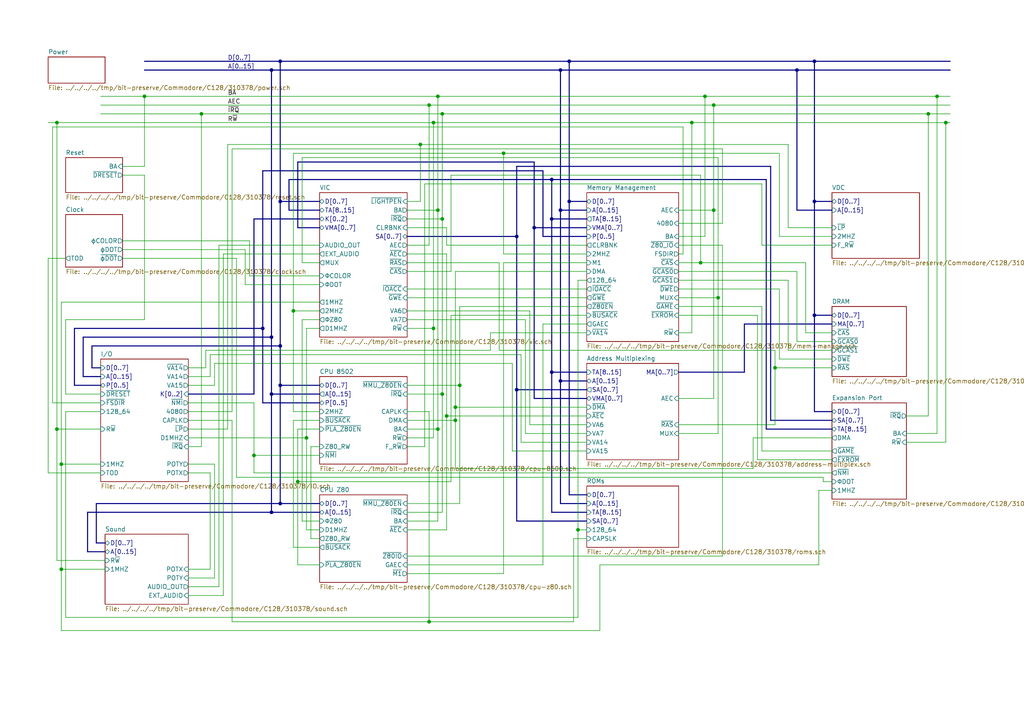
<source format=kicad_sch>
(kicad_sch (version 20230121) (generator eeschema)
  (paper "A4")
  (title_block (title "Commodore 128, Schematic #310379") (rev "Rev 7a") (company "Commodore Business Machines, Inc.") (comment 1 "Matches PCB assy #310378 rev 9") (comment 2 "Capture by Johan Grip"))
  (lib_symbols)
  (junction (at 16.51 124.46))
  (junction (at 16.51 35.56))
  (junction (at 200.66 35.56))
  (junction (at 207.01 30.48))
  (junction (at 149.86 113.03))
  (junction (at 162.56 110.49))
  (junction (at 132.08 121.92))
  (junction (at 231.14 20.32))
  (junction (at 128.27 63.5))
  (junction (at 78.74 148.59))
  (junction (at 76.2 95.25))
  (junction (at 154.94 66.04))
  (junction (at 127 124.46))
  (junction (at 124.46 180.34))
  (junction (at 132.08 118.11))
  (junction (at 269.24 33.02))
  (junction (at 162.56 20.32))
  (junction (at 121.92 41.91))
  (junction (at 86.36 139.7))
  (junction (at 125.73 95.25))
  (junction (at 165.1 58.42))
  (junction (at 41.91 27.94))
  (junction (at 167.64 153.67))
  (junction (at 125.73 35.56))
  (junction (at 127 60.96))
  (junction (at 88.9 127))
  (junction (at 274.32 35.56))
  (junction (at 127 27.94))
  (junction (at 81.28 58.42))
  (junction (at 149.86 68.58))
  (junction (at 81.28 111.76))
  (junction (at 58.42 33.02))
  (junction (at 85.09 90.17))
  (junction (at 162.56 60.96))
  (junction (at 124.46 30.48))
  (junction (at 81.28 146.05))
  (junction (at 204.47 27.94))
  (junction (at 160.02 107.95))
  (junction (at 224.79 106.68))
  (junction (at 236.22 17.78))
  (junction (at 73.66 132.08))
  (junction (at 81.28 100.33))
  (junction (at 236.22 58.42))
  (junction (at 133.35 111.76))
  (junction (at 78.74 97.79))
  (junction (at 128.27 114.3))
  (junction (at 207.01 60.96))
  (junction (at 78.74 20.32))
  (junction (at 236.22 91.44))
  (junction (at 129.54 120.65))
  (junction (at 81.28 17.78))
  (junction (at 208.28 86.36))
  (junction (at 146.05 44.45))
  (junction (at 17.78 134.62))
  (junction (at 128.27 33.02))
  (junction (at 271.78 27.94))
  (junction (at 78.74 114.3))
  (junction (at 160.02 52.07))
  (junction (at 17.78 165.1))
  (junction (at 203.2 76.2))
  (junction (at 165.1 17.78))
  (junction (at 160.02 63.5))
  (wire (pts (xy 13.97 74.93) (xy 13.97 137.16)))
  (wire (pts (xy 54.61 137.16) (xy 60.96 137.16)))
  (bus (pts (xy 24.13 97.79) (xy 78.74 97.79)))
  (wire (pts (xy 237.49 142.24) (xy 237.49 163.83)))
  (bus (pts (xy 149.86 48.26) (xy 223.52 48.26)))
  (bus (pts (xy 26.67 100.33) (xy 81.28 100.33)))
  (wire (pts (xy 118.11 78.74) (xy 130.81 78.74)))
  (bus (pts (xy 165.1 17.78) (xy 236.22 17.78)))
  (wire (pts (xy 196.85 123.19) (xy 224.79 123.19)))
  (bus (pts (xy 236.22 119.38) (xy 241.3 119.38)))
  (bus (pts (xy 83.82 52.07) (xy 160.02 52.07)))
  (wire (pts (xy 29.21 33.02) (xy 58.42 33.02)))
  (wire (pts (xy 118.11 60.96) (xy 127 60.96)))
  (wire (pts (xy 219.71 133.35) (xy 219.71 91.44)))
  (wire (pts (xy 142.24 96.52) (xy 170.18 96.52)))
  (wire (pts (xy 16.51 124.46) (xy 16.51 35.56)))
  (wire (pts (xy 219.71 91.44) (xy 196.85 91.44)))
  (wire (pts (xy 148.59 130.81) (xy 148.59 105.41)))
  (wire (pts (xy 92.71 151.13) (xy 87.63 151.13)))
  (wire (pts (xy 124.46 119.38) (xy 124.46 180.34)))
  (bus (pts (xy 149.86 151.13) (xy 170.18 151.13)))
  (wire (pts (xy 146.05 166.37) (xy 146.05 76.2)))
  (wire (pts (xy 54.61 116.84) (xy 73.66 116.84)))
  (wire (pts (xy 17.78 134.62) (xy 17.78 87.63)))
  (wire (pts (xy 204.47 68.58) (xy 204.47 27.94)))
  (wire (pts (xy 59.69 101.6) (xy 142.24 101.6)))
  (bus (pts (xy 165.1 143.51) (xy 165.1 58.42)))
  (wire (pts (xy 170.18 91.44) (xy 130.81 91.44)))
  (bus (pts (xy 236.22 91.44) (xy 236.22 58.42)))
  (bus (pts (xy 162.56 20.32) (xy 231.14 20.32)))
  (wire (pts (xy 92.71 156.21) (xy 90.17 156.21)))
  (wire (pts (xy 59.69 106.68) (xy 59.69 101.6)))
  (wire (pts (xy 121.92 58.42) (xy 121.92 41.91)))
  (wire (pts (xy 62.23 134.62) (xy 54.61 134.62)))
  (wire (pts (xy 133.35 146.05) (xy 133.35 111.76)))
  (wire (pts (xy 231.14 99.06) (xy 241.3 99.06)))
  (wire (pts (xy 125.73 35.56) (xy 200.66 35.56)))
  (wire (pts (xy 121.92 41.91) (xy 228.6 41.91)))
  (wire (pts (xy 209.55 161.29) (xy 118.11 161.29)))
  (bus (pts (xy 21.59 111.76) (xy 21.59 95.25)))
  (bus (pts (xy 78.74 148.59) (xy 78.74 114.3)))
  (wire (pts (xy 29.21 119.38) (xy 19.05 119.38)))
  (wire (pts (xy 118.11 95.25) (xy 125.73 95.25)))
  (bus (pts (xy 76.2 116.84) (xy 76.2 95.25)))
  (wire (pts (xy 29.21 137.16) (xy 13.97 137.16)))
  (wire (pts (xy 118.11 71.12) (xy 124.46 71.12)))
  (bus (pts (xy 149.86 68.58) (xy 149.86 48.26)))
  (wire (pts (xy 196.85 115.57) (xy 207.01 115.57)))
  (wire (pts (xy 54.61 124.46) (xy 66.04 124.46)))
  (wire (pts (xy 60.96 109.22) (xy 60.96 102.87)))
  (bus (pts (xy 86.36 46.99) (xy 86.36 66.04)))
  (wire (pts (xy 196.85 60.96) (xy 207.01 60.96)))
  (bus (pts (xy 160.02 52.07) (xy 160.02 63.5)))
  (wire (pts (xy 127 60.96) (xy 127 124.46)))
  (wire (pts (xy 130.81 91.44) (xy 130.81 139.7)))
  (wire (pts (xy 167.64 153.67) (xy 170.18 153.67)))
  (wire (pts (xy 146.05 76.2) (xy 170.18 76.2)))
  (wire (pts (xy 125.73 127) (xy 125.73 95.25)))
  (wire (pts (xy 153.67 90.17) (xy 153.67 123.19)))
  (wire (pts (xy 85.09 90.17) (xy 85.09 44.45)))
  (wire (pts (xy 67.31 180.34) (xy 124.46 180.34)))
  (wire (pts (xy 231.14 78.74) (xy 231.14 99.06)))
  (bus (pts (xy 25.4 148.59) (xy 25.4 160.02)))
  (bus (pts (xy 170.18 60.96) (xy 162.56 60.96)))
  (wire (pts (xy 88.9 95.25) (xy 92.71 95.25)))
  (wire (pts (xy 129.54 73.66) (xy 118.11 73.66)))
  (wire (pts (xy 127 27.94) (xy 204.47 27.94)))
  (wire (pts (xy 142.24 101.6) (xy 142.24 96.52)))
  (wire (pts (xy 228.6 81.28) (xy 228.6 101.6)))
  (wire (pts (xy 118.11 90.17) (xy 153.67 90.17)))
  (wire (pts (xy 241.3 133.35) (xy 219.71 133.35)))
  (bus (pts (xy 222.25 52.07) (xy 222.25 124.46)))
  (wire (pts (xy 85.09 90.17) (xy 92.71 90.17)))
  (wire (pts (xy 124.46 180.34) (xy 166.37 180.34)))
  (wire (pts (xy 209.55 43.18) (xy 209.55 64.77)))
  (bus (pts (xy 81.28 17.78) (xy 165.1 17.78)))
  (wire (pts (xy 67.31 121.92) (xy 67.31 180.34)))
  (wire (pts (xy 166.37 180.34) (xy 166.37 156.21)))
  (wire (pts (xy 170.18 78.74) (xy 132.08 78.74)))
  (wire (pts (xy 54.61 167.64) (xy 62.23 167.64)))
  (wire (pts (xy 208.28 86.36) (xy 208.28 45.72)))
  (wire (pts (xy 127 151.13) (xy 118.11 151.13)))
  (wire (pts (xy 196.85 76.2) (xy 203.2 76.2)))
  (wire (pts (xy 130.81 139.7) (xy 86.36 139.7)))
  (wire (pts (xy 85.09 158.75) (xy 85.09 121.92)))
  (bus (pts (xy 157.48 68.58) (xy 170.18 68.58)))
  (wire (pts (xy 146.05 44.45) (xy 226.06 44.45)))
  (bus (pts (xy 241.3 91.44) (xy 236.22 91.44)))
  (wire (pts (xy 123.19 53.34) (xy 220.98 53.34)))
  (wire (pts (xy 144.78 101.6) (xy 144.78 76.2)))
  (bus (pts (xy 154.94 46.99) (xy 86.36 46.99)))
  (wire (pts (xy 208.28 125.73) (xy 208.28 86.36)))
  (wire (pts (xy 63.5 170.18) (xy 54.61 170.18)))
  (wire (pts (xy 68.58 74.93) (xy 35.56 74.93)))
  (wire (pts (xy 130.81 50.8) (xy 203.2 50.8)))
  (wire (pts (xy 228.6 101.6) (xy 241.3 101.6)))
  (wire (pts (xy 41.91 50.8) (xy 35.56 50.8)))
  (wire (pts (xy 226.06 44.45) (xy 226.06 68.58)))
  (wire (pts (xy 124.46 71.12) (xy 124.46 30.48)))
  (bus (pts (xy 160.02 148.59) (xy 160.02 107.95)))
  (wire (pts (xy 16.51 35.56) (xy 13.97 35.56)))
  (bus (pts (xy 236.22 58.42) (xy 236.22 17.78)))
  (bus (pts (xy 27.94 157.48) (xy 30.48 157.48)))
  (wire (pts (xy 72.39 69.85) (xy 72.39 80.01)))
  (wire (pts (xy 85.09 90.17) (xy 85.09 119.38)))
  (bus (pts (xy 83.82 60.96) (xy 83.82 52.07)))
  (wire (pts (xy 64.77 73.66) (xy 64.77 172.72)))
  (wire (pts (xy 233.68 76.2) (xy 233.68 96.52)))
  (wire (pts (xy 271.78 27.94) (xy 271.78 125.73)))
  (wire (pts (xy 274.32 35.56) (xy 275.59 35.56)))
  (bus (pts (xy 196.85 107.95) (xy 215.9 107.95)))
  (wire (pts (xy 128.27 63.5) (xy 128.27 33.02)))
  (wire (pts (xy 16.51 162.56) (xy 16.51 124.46)))
  (wire (pts (xy 58.42 129.54) (xy 58.42 33.02)))
  (wire (pts (xy 198.12 73.66) (xy 196.85 73.66)))
  (wire (pts (xy 228.6 66.04) (xy 241.3 66.04)))
  (wire (pts (xy 196.85 83.82) (xy 226.06 83.82)))
  (wire (pts (xy 62.23 111.76) (xy 62.23 105.41)))
  (wire (pts (xy 19.05 114.3) (xy 19.05 92.71)))
  (bus (pts (xy 157.48 49.53) (xy 157.48 68.58)))
  (bus (pts (xy 73.66 114.3) (xy 73.66 63.5)))
  (wire (pts (xy 66.04 41.91) (xy 66.04 124.46)))
  (wire (pts (xy 203.2 76.2) (xy 233.68 76.2)))
  (bus (pts (xy 223.52 121.92) (xy 241.3 121.92)))
  (wire (pts (xy 29.21 30.48) (xy 124.46 30.48)))
  (wire (pts (xy 224.79 101.6) (xy 224.79 106.68)))
  (wire (pts (xy 152.4 92.71) (xy 118.11 92.71)))
  (wire (pts (xy 118.11 127) (xy 125.73 127)))
  (wire (pts (xy 170.18 71.12) (xy 129.54 71.12)))
  (wire (pts (xy 92.71 73.66) (xy 64.77 73.66)))
  (wire (pts (xy 62.23 105.41) (xy 148.59 105.41)))
  (bus (pts (xy 76.2 49.53) (xy 157.48 49.53)))
  (wire (pts (xy 129.54 153.67) (xy 129.54 120.65)))
  (bus (pts (xy 154.94 115.57) (xy 170.18 115.57)))
  (bus (pts (xy 92.71 146.05) (xy 81.28 146.05)))
  (wire (pts (xy 132.08 78.74) (xy 132.08 118.11)))
  (wire (pts (xy 220.98 130.81) (xy 241.3 130.81)))
  (bus (pts (xy 149.86 68.58) (xy 149.86 113.03)))
  (wire (pts (xy 208.28 45.72) (xy 87.63 45.72)))
  (wire (pts (xy 128.27 114.3) (xy 118.11 114.3)))
  (wire (pts (xy 262.89 125.73) (xy 271.78 125.73)))
  (wire (pts (xy 85.09 121.92) (xy 92.71 121.92)))
  (wire (pts (xy 203.2 50.8) (xy 203.2 76.2)))
  (bus (pts (xy 29.21 106.68) (xy 26.67 106.68)))
  (wire (pts (xy 220.98 88.9) (xy 220.98 130.81)))
  (wire (pts (xy 224.79 123.19) (xy 224.79 106.68)))
  (bus (pts (xy 223.52 48.26) (xy 223.52 121.92)))
  (wire (pts (xy 118.11 146.05) (xy 133.35 146.05)))
  (wire (pts (xy 54.61 121.92) (xy 67.31 121.92)))
  (wire (pts (xy 128.27 33.02) (xy 269.24 33.02)))
  (wire (pts (xy 29.21 114.3) (xy 19.05 114.3)))
  (wire (pts (xy 13.97 74.93) (xy 19.05 74.93)))
  (wire (pts (xy 118.11 119.38) (xy 124.46 119.38)))
  (wire (pts (xy 226.06 68.58) (xy 241.3 68.58)))
  (wire (pts (xy 87.63 151.13) (xy 87.63 92.71)))
  (bus (pts (xy 92.71 60.96) (xy 83.82 60.96)))
  (wire (pts (xy 64.77 172.72) (xy 54.61 172.72)))
  (wire (pts (xy 118.11 58.42) (xy 121.92 58.42)))
  (wire (pts (xy 92.71 158.75) (xy 85.09 158.75)))
  (bus (pts (xy 236.22 91.44) (xy 236.22 119.38)))
  (bus (pts (xy 78.74 97.79) (xy 78.74 20.32)))
  (bus (pts (xy 231.14 20.32) (xy 231.14 60.96)))
  (bus (pts (xy 170.18 58.42) (xy 165.1 58.42)))
  (wire (pts (xy 170.18 130.81) (xy 148.59 130.81)))
  (wire (pts (xy 238.76 138.43) (xy 238.76 139.7)))
  (wire (pts (xy 19.05 92.71) (xy 41.91 92.71)))
  (wire (pts (xy 129.54 66.04) (xy 118.11 66.04)))
  (wire (pts (xy 157.48 93.98) (xy 157.48 163.83)))
  (wire (pts (xy 41.91 27.94) (xy 127 27.94)))
  (wire (pts (xy 128.27 148.59) (xy 118.11 148.59)))
  (wire (pts (xy 127 124.46) (xy 127 151.13)))
  (bus (pts (xy 149.86 113.03) (xy 170.18 113.03)))
  (wire (pts (xy 17.78 87.63) (xy 92.71 87.63)))
  (wire (pts (xy 269.24 120.65) (xy 269.24 33.02)))
  (bus (pts (xy 81.28 58.42) (xy 81.28 17.78)))
  (wire (pts (xy 35.56 69.85) (xy 72.39 69.85)))
  (wire (pts (xy 88.9 127) (xy 88.9 95.25)))
  (wire (pts (xy 218.44 127) (xy 241.3 127)))
  (wire (pts (xy 132.08 121.92) (xy 132.08 135.89)))
  (wire (pts (xy 86.36 163.83) (xy 92.71 163.83)))
  (bus (pts (xy 73.66 63.5) (xy 92.71 63.5)))
  (wire (pts (xy 207.01 30.48) (xy 275.59 30.48)))
  (wire (pts (xy 196.85 125.73) (xy 208.28 125.73)))
  (wire (pts (xy 146.05 73.66) (xy 146.05 44.45)))
  (wire (pts (xy 274.32 35.56) (xy 274.32 128.27)))
  (wire (pts (xy 73.66 132.08) (xy 92.71 132.08)))
  (wire (pts (xy 144.78 76.2) (xy 118.11 76.2)))
  (wire (pts (xy 54.61 119.38) (xy 67.31 119.38)))
  (wire (pts (xy 167.64 179.07) (xy 167.64 153.67)))
  (wire (pts (xy 118.11 129.54) (xy 123.19 129.54)))
  (wire (pts (xy 54.61 111.76) (xy 62.23 111.76)))
  (bus (pts (xy 231.14 60.96) (xy 241.3 60.96)))
  (wire (pts (xy 151.13 102.87) (xy 151.13 128.27)))
  (bus (pts (xy 86.36 66.04) (xy 92.71 66.04)))
  (wire (pts (xy 54.61 106.68) (xy 59.69 106.68)))
  (wire (pts (xy 170.18 88.9) (xy 133.35 88.9)))
  (wire (pts (xy 228.6 41.91) (xy 228.6 66.04)))
  (bus (pts (xy 162.56 110.49) (xy 162.56 60.96)))
  (wire (pts (xy 133.35 111.76) (xy 118.11 111.76)))
  (bus (pts (xy 241.3 58.42) (xy 236.22 58.42)))
  (wire (pts (xy 226.06 104.14) (xy 241.3 104.14)))
  (wire (pts (xy 238.76 139.7) (xy 241.3 139.7)))
  (wire (pts (xy 241.3 142.24) (xy 237.49 142.24)))
  (wire (pts (xy 196.85 81.28) (xy 228.6 81.28)))
  (wire (pts (xy 166.37 156.21) (xy 170.18 156.21)))
  (bus (pts (xy 170.18 110.49) (xy 162.56 110.49)))
  (wire (pts (xy 29.21 27.94) (xy 41.91 27.94)))
  (wire (pts (xy 129.54 120.65) (xy 129.54 73.66)))
  (bus (pts (xy 162.56 60.96) (xy 162.56 20.32)))
  (wire (pts (xy 68.58 138.43) (xy 68.58 74.93)))
  (bus (pts (xy 165.1 58.42) (xy 165.1 17.78)))
  (wire (pts (xy 200.66 96.52) (xy 200.66 35.56)))
  (bus (pts (xy 21.59 95.25) (xy 76.2 95.25)))
  (bus (pts (xy 25.4 160.02) (xy 30.48 160.02)))
  (wire (pts (xy 118.11 124.46) (xy 127 124.46)))
  (wire (pts (xy 207.01 60.96) (xy 207.01 30.48)))
  (wire (pts (xy 204.47 27.94) (xy 271.78 27.94)))
  (wire (pts (xy 73.66 137.16) (xy 73.66 132.08)))
  (bus (pts (xy 215.9 93.98) (xy 241.3 93.98)))
  (wire (pts (xy 88.9 153.67) (xy 88.9 127)))
  (wire (pts (xy 86.36 139.7) (xy 86.36 163.83)))
  (wire (pts (xy 62.23 167.64) (xy 62.23 134.62)))
  (wire (pts (xy 170.18 83.82) (xy 118.11 83.82)))
  (wire (pts (xy 92.71 119.38) (xy 85.09 119.38)))
  (wire (pts (xy 196.85 96.52) (xy 200.66 96.52)))
  (bus (pts (xy 81.28 146.05) (xy 27.94 146.05)))
  (bus (pts (xy 160.02 107.95) (xy 170.18 107.95)))
  (wire (pts (xy 71.12 72.39) (xy 71.12 82.55)))
  (wire (pts (xy 133.35 88.9) (xy 133.35 111.76)))
  (wire (pts (xy 218.44 135.89) (xy 218.44 127)))
  (wire (pts (xy 35.56 72.39) (xy 71.12 72.39)))
  (wire (pts (xy 92.71 153.67) (xy 88.9 153.67)))
  (wire (pts (xy 60.96 137.16) (xy 60.96 165.1)))
  (wire (pts (xy 67.31 119.38) (xy 67.31 43.18)))
  (bus (pts (xy 162.56 146.05) (xy 162.56 110.49)))
  (bus (pts (xy 149.86 113.03) (xy 149.86 151.13)))
  (wire (pts (xy 92.71 71.12) (xy 63.5 71.12)))
  (wire (pts (xy 30.48 162.56) (xy 16.51 162.56)))
  (wire (pts (xy 241.3 137.16) (xy 73.66 137.16)))
  (bus (pts (xy 81.28 111.76) (xy 81.28 100.33)))
  (wire (pts (xy 87.63 45.72) (xy 87.63 76.2)))
  (bus (pts (xy 26.67 106.68) (xy 26.67 100.33)))
  (wire (pts (xy 54.61 109.22) (xy 60.96 109.22)))
  (wire (pts (xy 118.11 166.37) (xy 146.05 166.37)))
  (wire (pts (xy 196.85 68.58) (xy 204.47 68.58)))
  (wire (pts (xy 87.63 76.2) (xy 92.71 76.2)))
  (wire (pts (xy 72.39 80.01) (xy 92.71 80.01)))
  (wire (pts (xy 167.64 81.28) (xy 170.18 81.28)))
  (wire (pts (xy 220.98 71.12) (xy 241.3 71.12)))
  (wire (pts (xy 196.85 88.9) (xy 220.98 88.9)))
  (wire (pts (xy 17.78 182.88) (xy 17.78 165.1)))
  (bus (pts (xy 92.71 116.84) (xy 76.2 116.84)))
  (wire (pts (xy 29.21 134.62) (xy 17.78 134.62)))
  (bus (pts (xy 92.71 148.59) (xy 78.74 148.59)))
  (wire (pts (xy 17.78 165.1) (xy 17.78 134.62)))
  (wire (pts (xy 196.85 78.74) (xy 231.14 78.74)))
  (wire (pts (xy 262.89 120.65) (xy 269.24 120.65)))
  (bus (pts (xy 236.22 17.78) (xy 275.59 17.78)))
  (wire (pts (xy 35.56 48.26) (xy 41.91 48.26)))
  (wire (pts (xy 66.04 41.91) (xy 121.92 41.91)))
  (wire (pts (xy 144.78 101.6) (xy 224.79 101.6)))
  (wire (pts (xy 54.61 127) (xy 88.9 127)))
  (bus (pts (xy 170.18 148.59) (xy 160.02 148.59)))
  (wire (pts (xy 196.85 71.12) (xy 209.55 71.12)))
  (wire (pts (xy 19.05 119.38) (xy 19.05 179.07)))
  (bus (pts (xy 76.2 95.25) (xy 76.2 49.53)))
  (wire (pts (xy 198.12 36.83) (xy 198.12 73.66)))
  (wire (pts (xy 173.99 182.88) (xy 17.78 182.88)))
  (wire (pts (xy 209.55 64.77) (xy 196.85 64.77)))
  (wire (pts (xy 19.05 179.07) (xy 167.64 179.07)))
  (wire (pts (xy 170.18 125.73) (xy 152.4 125.73)))
  (wire (pts (xy 146.05 73.66) (xy 170.18 73.66)))
  (bus (pts (xy 41.91 20.32) (xy 78.74 20.32)))
  (wire (pts (xy 86.36 124.46) (xy 92.71 124.46)))
  (bus (pts (xy 78.74 20.32) (xy 162.56 20.32)))
  (wire (pts (xy 130.81 78.74) (xy 130.81 50.8)))
  (bus (pts (xy 78.74 148.59) (xy 25.4 148.59)))
  (wire (pts (xy 129.54 71.12) (xy 129.54 66.04)))
  (wire (pts (xy 128.27 63.5) (xy 128.27 114.3)))
  (bus (pts (xy 154.94 66.04) (xy 154.94 115.57)))
  (wire (pts (xy 118.11 63.5) (xy 128.27 63.5)))
  (bus (pts (xy 170.18 143.51) (xy 165.1 143.51)))
  (wire (pts (xy 271.78 27.94) (xy 275.59 27.94)))
  (wire (pts (xy 132.08 121.92) (xy 118.11 121.92)))
  (wire (pts (xy 167.64 153.67) (xy 167.64 81.28)))
  (wire (pts (xy 29.21 124.46) (xy 16.51 124.46)))
  (wire (pts (xy 173.99 163.83) (xy 173.99 182.88)))
  (wire (pts (xy 90.17 156.21) (xy 90.17 129.54)))
  (wire (pts (xy 63.5 71.12) (xy 63.5 170.18)))
  (wire (pts (xy 208.28 86.36) (xy 196.85 86.36)))
  (wire (pts (xy 274.32 128.27) (xy 262.89 128.27)))
  (wire (pts (xy 124.46 30.48) (xy 207.01 30.48)))
  (bus (pts (xy 222.25 124.46) (xy 241.3 124.46)))
  (bus (pts (xy 160.02 63.5) (xy 160.02 107.95)))
  (wire (pts (xy 60.96 165.1) (xy 54.61 165.1)))
  (wire (pts (xy 85.09 44.45) (xy 146.05 44.45)))
  (bus (pts (xy 27.94 146.05) (xy 27.94 157.48)))
  (wire (pts (xy 118.11 153.67) (xy 129.54 153.67)))
  (bus (pts (xy 160.02 52.07) (xy 222.25 52.07)))
  (wire (pts (xy 132.08 118.11) (xy 132.08 121.92)))
  (wire (pts (xy 157.48 163.83) (xy 118.11 163.83)))
  (wire (pts (xy 153.67 123.19) (xy 170.18 123.19)))
  (wire (pts (xy 170.18 120.65) (xy 129.54 120.65)))
  (bus (pts (xy 24.13 109.22) (xy 24.13 97.79)))
  (wire (pts (xy 41.91 48.26) (xy 41.91 27.94)))
  (bus (pts (xy 92.71 58.42) (xy 81.28 58.42)))
  (bus (pts (xy 78.74 114.3) (xy 78.74 97.79)))
  (bus (pts (xy 231.14 20.32) (xy 275.59 20.32)))
  (wire (pts (xy 170.18 93.98) (xy 157.48 93.98)))
  (wire (pts (xy 209.55 71.12) (xy 209.55 161.29)))
  (wire (pts (xy 220.98 53.34) (xy 220.98 71.12)))
  (wire (pts (xy 269.24 33.02) (xy 275.59 33.02)))
  (wire (pts (xy 224.79 106.68) (xy 241.3 106.68)))
  (bus (pts (xy 170.18 146.05) (xy 162.56 146.05)))
  (wire (pts (xy 73.66 116.84) (xy 73.66 132.08)))
  (wire (pts (xy 207.01 115.57) (xy 207.01 60.96)))
  (wire (pts (xy 233.68 96.52) (xy 241.3 96.52)))
  (wire (pts (xy 170.18 118.11) (xy 132.08 118.11)))
  (wire (pts (xy 87.63 92.71) (xy 92.71 92.71)))
  (wire (pts (xy 127 60.96) (xy 127 27.94)))
  (bus (pts (xy 92.71 114.3) (xy 78.74 114.3)))
  (wire (pts (xy 226.06 83.82) (xy 226.06 104.14)))
  (wire (pts (xy 86.36 139.7) (xy 86.36 124.46)))
  (wire (pts (xy 118.11 86.36) (xy 170.18 86.36)))
  (bus (pts (xy 154.94 66.04) (xy 154.94 46.99)))
  (wire (pts (xy 54.61 129.54) (xy 58.42 129.54)))
  (wire (pts (xy 15.24 36.83) (xy 198.12 36.83)))
  (bus (pts (xy 41.91 17.78) (xy 81.28 17.78)))
  (bus (pts (xy 29.21 111.76) (xy 21.59 111.76)))
  (wire (pts (xy 60.96 102.87) (xy 151.13 102.87)))
  (wire (pts (xy 90.17 129.54) (xy 92.71 129.54)))
  (wire (pts (xy 152.4 125.73) (xy 152.4 92.71)))
  (bus (pts (xy 118.11 68.58) (xy 149.86 68.58)))
  (wire (pts (xy 123.19 129.54) (xy 123.19 53.34)))
  (wire (pts (xy 16.51 35.56) (xy 125.73 35.56)))
  (wire (pts (xy 58.42 33.02) (xy 128.27 33.02)))
  (wire (pts (xy 41.91 92.71) (xy 41.91 50.8)))
  (wire (pts (xy 68.58 138.43) (xy 238.76 138.43)))
  (wire (pts (xy 15.24 116.84) (xy 15.24 36.83)))
  (bus (pts (xy 54.61 114.3) (xy 73.66 114.3)))
  (wire (pts (xy 29.21 116.84) (xy 15.24 116.84)))
  (bus (pts (xy 170.18 66.04) (xy 154.94 66.04)))
  (wire (pts (xy 200.66 35.56) (xy 274.32 35.56)))
  (bus (pts (xy 170.18 63.5) (xy 160.02 63.5)))
  (bus (pts (xy 215.9 107.95) (xy 215.9 93.98)))
  (bus (pts (xy 92.71 111.76) (xy 81.28 111.76)))
  (bus (pts (xy 29.21 109.22) (xy 24.13 109.22)))
  (wire (pts (xy 30.48 165.1) (xy 17.78 165.1)))
  (wire (pts (xy 132.08 135.89) (xy 218.44 135.89)))
  (bus (pts (xy 81.28 100.33) (xy 81.28 58.42)))
  (bus (pts (xy 81.28 146.05) (xy 81.28 111.76)))
  (wire (pts (xy 71.12 82.55) (xy 92.71 82.55)))
  (wire (pts (xy 128.27 114.3) (xy 128.27 148.59)))
  (wire (pts (xy 151.13 128.27) (xy 170.18 128.27)))
  (wire (pts (xy 67.31 43.18) (xy 209.55 43.18)))
  (wire (pts (xy 125.73 95.25) (xy 125.73 35.56)))
  (wire (pts (xy 237.49 163.83) (xy 173.99 163.83)))
  (label "AEC" (at 66.04 30.48 0))
  (label "D[0..7]" (at 66.04 17.78 0))
  (label "A[0..15]" (at 66.04 20.32 0))
  (label "R~{W}" (at 66.04 35.56 0))
  (label "BA" (at 66.04 27.94 0))
  (label "~{IRQ}" (at 66.04 33.02 0))
  (sheet (at 19.05 45.72) (size 16.51 10.16)
    (property "Sheetname" "Reset" (at 19.05 45.0084 0) (effects (justify left bottom)))
    (property "Sheetfile" "../../../../tmp/bit-preserve/Commodore/C128/310378/reset.sch" (at 19.05 56.4646 0) (effects (justify left top)))
    (pin "BA" input (at 35.56 48.26 0))
    (pin "~{DRESET}" output (at 35.56 50.8 0))
  )
  (sheet (at 13.97 16.51) (size 16.51 7.62)
    (property "Sheetname" "Power" (at 13.97 15.7984 0) (effects (justify left bottom)))
    (property "Sheetfile" "../../../../tmp/bit-preserve/Commodore/C128/310378/power.sch" (at 13.97 24.7146 0) (effects (justify left top)))
  )
  (sheet (at 29.21 104.14) (size 25.4 35.56)
    (property "Sheetname" "I/O" (at 29.21 103.4284 0) (effects (justify left bottom)))
    (property "Sheetfile" "../../../../tmp/bit-preserve/Commodore/C128/310378/IO.sch" (at 29.21 140.2846 0) (effects (justify left top)))
    (pin "~{DRESET}" input (at 29.21 114.3 180))
    (pin "~{FSDIR}" input (at 29.21 116.84 180))
    (pin "128_64" input (at 29.21 119.38 180))
    (pin "R~{W}" input (at 29.21 124.46 180))
    (pin "D[0..7]" input (at 29.21 106.68 180))
    (pin "~{VA14}" output (at 54.61 106.68 0))
    (pin "K[0..2]" input (at 54.61 114.3 0))
    (pin "~{NMI}" output (at 54.61 116.84 0))
    (pin "4080" output (at 54.61 119.38 0))
    (pin "CAPLK" output (at 54.61 121.92 0))
    (pin "POTX" output (at 54.61 137.16 0))
    (pin "POTY" output (at 54.61 134.62 0))
    (pin "~{LP}" output (at 54.61 124.46 0))
    (pin "~{IRQ}" input (at 54.61 129.54 0))
    (pin "TOD" input (at 29.21 137.16 180))
    (pin "P[0..5]" bidirectional (at 29.21 111.76 180))
    (pin "A[0..15]" input (at 29.21 109.22 180))
    (pin "1MHZ" input (at 29.21 134.62 180))
    (pin "D1MHZ" input (at 54.61 127 0))
    (pin "VA14" output (at 54.61 109.22 0))
    (pin "VA15" output (at 54.61 111.76 0))
  )
  (sheet (at 30.48 154.94) (size 24.13 20.32)
    (property "Sheetname" "Sound" (at 30.48 154.2284 0) (effects (justify left bottom)))
    (property "Sheetfile" "../../../../tmp/bit-preserve/Commodore/C128/310378/sound.sch" (at 30.48 175.8446 0) (effects (justify left top)))
    (pin "D[0..7]" bidirectional (at 30.48 157.48 180))
    (pin "A[0..15]" bidirectional (at 30.48 160.02 180))
    (pin "R~{W}" input (at 30.48 162.56 180))
    (pin "EXT_AUDIO" input (at 54.61 172.72 0))
    (pin "1MHZ" input (at 30.48 165.1 180))
    (pin "AUDIO_OUT" output (at 54.61 170.18 0))
    (pin "POTX" input (at 54.61 165.1 0))
    (pin "POTY" input (at 54.61 167.64 0))
  )
  (sheet (at 170.18 55.88) (size 26.67 43.18)
    (property "Sheetname" "Memory Management" (at 170.18 55.1684 0) (effects (justify left bottom)))
    (property "Sheetfile" "../../../../tmp/bit-preserve/Commodore/C128/310378/mem-manage.sch" (at 170.18 99.6446 0) (effects (justify left top)))
    (pin "A[0..15]" input (at 170.18 60.96 180))
    (pin "TA[8..15]" output (at 170.18 63.5 180))
    (pin "D[0..7]" bidirectional (at 170.18 58.42 180))
    (pin "2MHZ" input (at 170.18 73.66 180))
    (pin "4080" input (at 196.85 64.77 0))
    (pin "~{GCAS1}" output (at 196.85 81.28 0))
    (pin "~{GCAS0}" output (at 196.85 78.74 0))
    (pin "~{EXROM}" input (at 196.85 91.44 0))
    (pin "~{GAME}" input (at 196.85 88.9 0))
    (pin "128_64" output (at 170.18 81.28 180))
    (pin "R~{W}" input (at 196.85 96.52 0))
    (pin "MUX" input (at 196.85 86.36 0))
    (pin "P[0..5]" input (at 170.18 68.58 180))
    (pin "DMA" input (at 170.18 78.74 180))
    (pin "AEC" input (at 196.85 60.96 0))
    (pin "GAEC" output (at 170.18 93.98 180))
    (pin "~{Z80EN}" output (at 170.18 88.9 180))
    (pin "~{BUSACK}" input (at 170.18 91.44 180))
    (pin "BA" input (at 196.85 68.58 0))
    (pin "~{Z80_IO}" input (at 196.85 71.12 0))
    (pin "FSDIR" output (at 196.85 73.66 0))
    (pin "VMA[0..7]" input (at 170.18 66.04 180))
    (pin "M1" input (at 170.18 76.2 180))
    (pin "~{CAS}" input (at 196.85 76.2 0))
    (pin "~{GWE}" output (at 170.18 86.36 180))
    (pin "~{DWE}" output (at 196.85 83.82 0))
    (pin "~{IOACC}" output (at 170.18 83.82 180))
    (pin "CLRBNK" output (at 170.18 71.12 180))
    (pin "~{VA14}" input (at 170.18 96.52 180))
  )
  (sheet (at 170.18 140.97) (size 26.67 17.78)
    (property "Sheetname" "ROMs" (at 170.18 140.2584 0) (effects (justify left bottom)))
    (property "Sheetfile" "../../../../tmp/bit-preserve/Commodore/C128/310378/roms.sch" (at 170.18 159.3346 0) (effects (justify left top)))
    (pin "A[0..15]" input (at 170.18 146.05 180))
    (pin "TA[8..15]" input (at 170.18 148.59 180))
    (pin "128_64" input (at 170.18 153.67 180))
    (pin "CAPSLK" input (at 170.18 156.21 180))
    (pin "D[0..7]" bidirectional (at 170.18 143.51 180))
    (pin "SA[0..7]" input (at 170.18 151.13 180))
  )
  (sheet (at 241.3 88.9) (size 21.59 20.32)
    (property "Sheetname" "DRAM" (at 241.3 88.1884 0) (effects (justify left bottom)))
    (property "Sheetfile" "../../../../tmp/bit-preserve/Commodore/C128/310378/ram.sch" (at 241.3 109.8046 0) (effects (justify left top)))
    (pin "MA[0..7]" input (at 241.3 93.98 180))
    (pin "~{RAS}" input (at 241.3 106.68 180))
    (pin "~{DWE}" input (at 241.3 104.14 180))
    (pin "D[0..7]" bidirectional (at 241.3 91.44 180))
    (pin "~{GCAS0}" input (at 241.3 99.06 180))
    (pin "~{GCAS1}" input (at 241.3 101.6 180))
    (pin "~{CAS}" input (at 241.3 96.52 180))
  )
  (sheet (at 92.71 55.88) (size 25.4 41.91)
    (property "Sheetname" "VIC" (at 92.71 55.1684 0) (effects (justify left bottom)))
    (property "Sheetfile" "../../../../tmp/bit-preserve/Commodore/C128/310378/vic.sch" (at 92.71 98.3746 0) (effects (justify left top)))
    (pin "~{LIGHTPEN}" input (at 118.11 58.42 0))
    (pin "D[0..7]" bidirectional (at 92.71 58.42 180))
    (pin "K[0..2]" bidirectional (at 92.71 63.5 180))
    (pin "2MHZ" output (at 92.71 90.17 180))
    (pin "SA[0..7]" bidirectional (at 118.11 68.58 0))
    (pin "CLRBNK" input (at 118.11 66.04 0))
    (pin "TA[8..15]" bidirectional (at 92.71 60.96 180))
    (pin "AEC" output (at 118.11 71.12 0))
    (pin "~{AEC}" output (at 118.11 73.66 0))
    (pin "ΦZ80" output (at 92.71 92.71 180))
    (pin "ΦCOLOR" input (at 92.71 80.01 180))
    (pin "ΦDOT" input (at 92.71 82.55 180))
    (pin "R~{W}" input (at 118.11 95.25 0))
    (pin "~{IOACC}" input (at 118.11 83.82 0))
    (pin "1MHZ" output (at 92.71 87.63 180))
    (pin "D1MHZ" output (at 92.71 95.25 180))
    (pin "~{GWE}" input (at 118.11 86.36 0))
    (pin "VMA[0..7]" bidirectional (at 92.71 66.04 180))
    (pin "EXT_AUDIO" output (at 92.71 73.66 180))
    (pin "VA6" output (at 118.11 90.17 0))
    (pin "VA7" output (at 118.11 92.71 0))
    (pin "MUX" output (at 92.71 76.2 180))
    (pin "AUDIO_OUT" input (at 92.71 71.12 180))
    (pin "BA" output (at 118.11 60.96 0))
    (pin "~{IRQ}" output (at 118.11 63.5 0))
    (pin "~{RAS}" output (at 118.11 76.2 0))
    (pin "~{CAS}" output (at 118.11 78.74 0))
  )
  (sheet (at 241.3 55.88) (size 25.4 19.05)
    (property "Sheetname" "VDC" (at 241.3 55.1684 0) (effects (justify left bottom)))
    (property "Sheetfile" "../../../../tmp/bit-preserve/Commodore/C128/310378/vdc.sch" (at 241.3 75.5146 0) (effects (justify left top)))
    (pin "D[0..7]" bidirectional (at 241.3 58.42 180))
    (pin "2MHZ" input (at 241.3 68.58 180))
    (pin "F_R~{W}" input (at 241.3 71.12 180))
    (pin "~{LP}" input (at 241.3 66.04 180))
    (pin "A[0..15]" input (at 241.3 60.96 180))
  )
  (sheet (at 92.71 109.22) (size 25.4 25.4)
    (property "Sheetname" "CPU 8502" (at 92.71 108.5084 0) (effects (justify left bottom)))
    (property "Sheetfile" "../../../../tmp/bit-preserve/Commodore/C128/310378/cpu-8500.sch" (at 92.71 135.2046 0) (effects (justify left top)))
    (pin "A[0..15]" output (at 92.71 114.3 180))
    (pin "P[0..5]" bidirectional (at 92.71 116.84 180))
    (pin "D[0..7]" bidirectional (at 92.71 111.76 180))
    (pin "~{IRQ}" input (at 118.11 114.3 0))
    (pin "~{NMI}" input (at 92.71 132.08 180))
    (pin "2MHZ" input (at 92.71 119.38 180))
    (pin "CAPLK" input (at 118.11 119.38 0))
    (pin "~{BUSACK}" input (at 92.71 121.92 180))
    (pin "DMA" input (at 118.11 121.92 0))
    (pin "~{PLA_Z80EN}" input (at 92.71 124.46 180))
    (pin "~{MMU_Z80EN}" input (at 118.11 111.76 0))
    (pin "BA" input (at 118.11 124.46 0))
    (pin "Z80_RW" input (at 92.71 129.54 180))
    (pin "R~{W}" output (at 118.11 127 0))
    (pin "F_R~{W}" output (at 118.11 129.54 0))
  )
  (sheet (at 92.71 143.51) (size 25.4 25.4)
    (property "Sheetname" "CPU Z80" (at 92.71 142.7984 0) (effects (justify left bottom)))
    (property "Sheetfile" "../../../../tmp/bit-preserve/Commodore/C128/310378/cpu-z80.sch" (at 92.71 169.4946 0) (effects (justify left top)))
    (pin "D[0..7]" bidirectional (at 92.71 146.05 180))
    (pin "A[0..15]" bidirectional (at 92.71 148.59 180))
    (pin "ΦZ80" input (at 92.71 151.13 180))
    (pin "~{M1}" output (at 118.11 166.37 0))
    (pin "D1MHZ" input (at 92.71 153.67 180))
    (pin "GAEC" input (at 118.11 163.83 0))
    (pin "Z80_RW" output (at 92.71 156.21 180))
    (pin "~{BUSACK}" output (at 92.71 158.75 180))
    (pin "~{Z80IO}" input (at 118.11 161.29 0))
    (pin "~{PLA_Z80EN}" input (at 92.71 163.83 180))
    (pin "~{AEC}" input (at 118.11 153.67 0))
    (pin "BA" input (at 118.11 151.13 0))
    (pin "~{MMU_Z80EN}" input (at 118.11 146.05 0))
    (pin "~{IRQ}" input (at 118.11 148.59 0))
  )
  (sheet (at 241.3 116.84) (size 21.59 27.94)
    (property "Sheetname" "Expansion Port" (at 241.3 116.1284 0) (effects (justify left bottom)))
    (property "Sheetfile" "../../../../tmp/bit-preserve/Commodore/C128/310378/expansion.sch" (at 241.3 145.3646 0) (effects (justify left top)))
    (pin "~{IRQ}" output (at 262.89 120.65 0))
    (pin "R~{W}" input (at 262.89 128.27 0))
    (pin "ΦDOT" input (at 241.3 139.7 180))
    (pin "~{GAME}" output (at 241.3 130.81 180))
    (pin "~{EXROM}" output (at 241.3 133.35 180))
    (pin "BA" input (at 262.89 125.73 0))
    (pin "DMA" output (at 241.3 127 180))
    (pin "D[0..7]" bidirectional (at 241.3 119.38 180))
    (pin "TA[8..15]" bidirectional (at 241.3 124.46 180))
    (pin "SA[0..7]" bidirectional (at 241.3 121.92 180))
    (pin "~{NMI}" output (at 241.3 137.16 180))
    (pin "1MHZ" input (at 241.3 142.24 180))
  )
  (sheet (at 19.05 62.23) (size 16.51 15.24)
    (property "Sheetname" "Clock" (at 19.05 61.5184 0) (effects (justify left bottom)))
    (property "Sheetfile" "../../../../tmp/bit-preserve/Commodore/C128/310378/clock.sch" (at 19.05 78.0546 0) (effects (justify left top)))
    (pin "TOD" output (at 19.05 74.93 180))
    (pin "ϕCOLOR" output (at 35.56 69.85 0))
    (pin "ϕDOT" output (at 35.56 72.39 0))
    (pin "~{ϕDOT}" output (at 35.56 74.93 0))
  )
  (sheet (at 170.18 105.41) (size 26.67 27.94)
    (property "Sheetname" "Address Multiplexing" (at 170.18 104.6984 0) (effects (justify left bottom)))
    (property "Sheetfile" "../../../../tmp/bit-preserve/Commodore/C128/310378/address-multiplex.sch" (at 170.18 133.9346 0) (effects (justify left top)))
    (pin "TA[8..15]" input (at 170.18 107.95 180))
    (pin "A[0..15]" bidirectional (at 170.18 110.49 180))
    (pin "~{DMA}" input (at 170.18 118.11 180))
    (pin "SA[0..7]" output (at 170.18 113.03 180))
    (pin "~{AEC}" input (at 170.18 120.65 180))
    (pin "MA[0..7]" output (at 196.85 107.95 0))
    (pin "VMA[0..7]" bidirectional (at 170.18 115.57 180))
    (pin "~{RAS}" input (at 196.85 123.19 0))
    (pin "VA6" input (at 170.18 123.19 180))
    (pin "VA7" input (at 170.18 125.73 180))
    (pin "AEC" input (at 196.85 115.57 0))
    (pin "MUX" input (at 196.85 125.73 0))
    (pin "VA14" input (at 170.18 128.27 180))
    (pin "VA15" input (at 170.18 130.81 180))
  )
)
</source>
